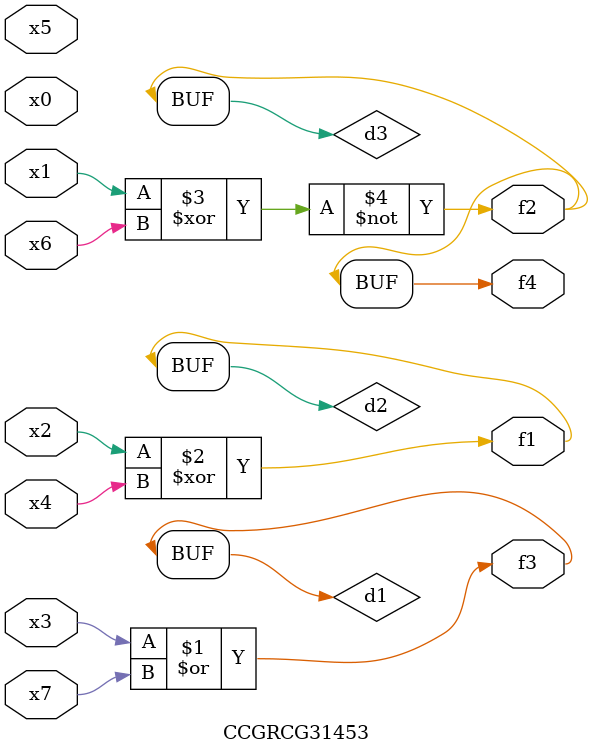
<source format=v>
module CCGRCG31453(
	input x0, x1, x2, x3, x4, x5, x6, x7,
	output f1, f2, f3, f4
);

	wire d1, d2, d3;

	or (d1, x3, x7);
	xor (d2, x2, x4);
	xnor (d3, x1, x6);
	assign f1 = d2;
	assign f2 = d3;
	assign f3 = d1;
	assign f4 = d3;
endmodule

</source>
